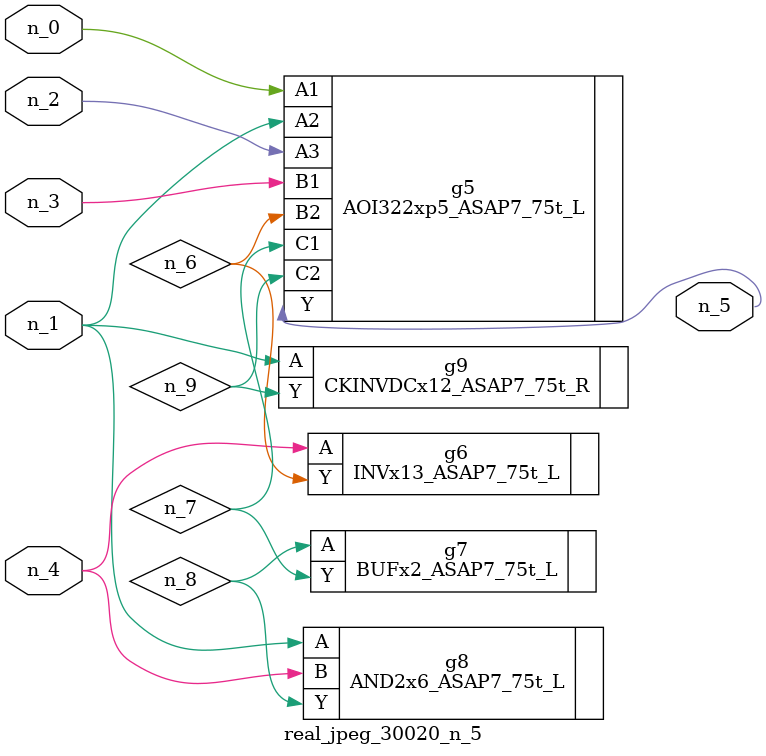
<source format=v>
module real_jpeg_30020_n_5 (n_4, n_0, n_1, n_2, n_3, n_5);

input n_4;
input n_0;
input n_1;
input n_2;
input n_3;

output n_5;

wire n_8;
wire n_6;
wire n_7;
wire n_9;

AOI322xp5_ASAP7_75t_L g5 ( 
.A1(n_0),
.A2(n_1),
.A3(n_2),
.B1(n_3),
.B2(n_6),
.C1(n_7),
.C2(n_9),
.Y(n_5)
);

AND2x6_ASAP7_75t_L g8 ( 
.A(n_1),
.B(n_4),
.Y(n_8)
);

CKINVDCx12_ASAP7_75t_R g9 ( 
.A(n_1),
.Y(n_9)
);

INVx13_ASAP7_75t_L g6 ( 
.A(n_4),
.Y(n_6)
);

BUFx2_ASAP7_75t_L g7 ( 
.A(n_8),
.Y(n_7)
);


endmodule
</source>
